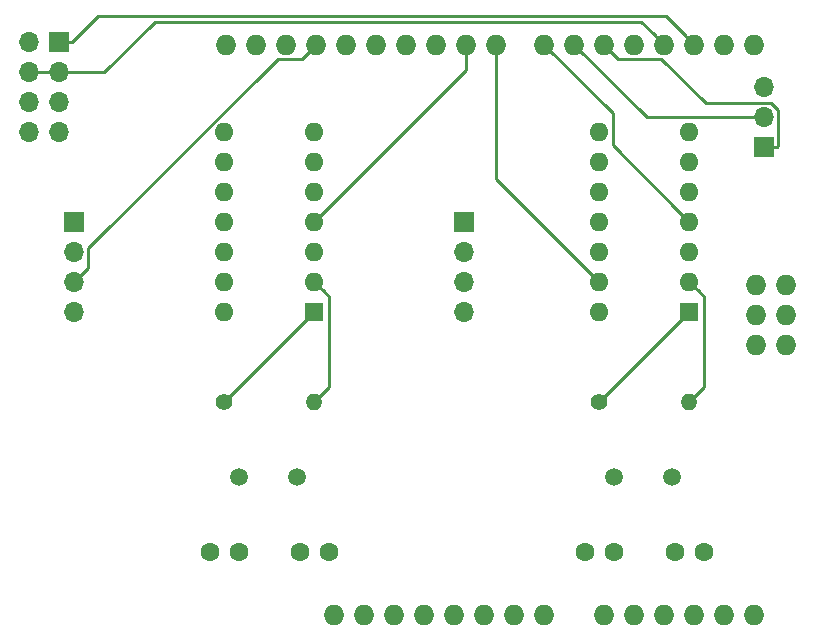
<source format=gbr>
G04 #@! TF.GenerationSoftware,KiCad,Pcbnew,(5.1.4-0-10_14)*
G04 #@! TF.CreationDate,2019-10-20T20:35:26-03:00*
G04 #@! TF.ProjectId,shield,73686965-6c64-42e6-9b69-6361645f7063,rev?*
G04 #@! TF.SameCoordinates,Original*
G04 #@! TF.FileFunction,Copper,L1,Top*
G04 #@! TF.FilePolarity,Positive*
%FSLAX46Y46*%
G04 Gerber Fmt 4.6, Leading zero omitted, Abs format (unit mm)*
G04 Created by KiCad (PCBNEW (5.1.4-0-10_14)) date 2019-10-20 20:35:26*
%MOMM*%
%LPD*%
G04 APERTURE LIST*
%ADD10O,1.600000X1.600000*%
%ADD11R,1.600000X1.600000*%
%ADD12O,1.727200X1.727200*%
%ADD13O,1.700000X1.700000*%
%ADD14R,1.700000X1.700000*%
%ADD15C,1.500000*%
%ADD16C,1.400000*%
%ADD17O,1.400000X1.400000*%
%ADD18C,1.600000*%
%ADD19C,0.250000*%
G04 APERTURE END LIST*
D10*
X162560000Y-86360000D03*
X170180000Y-71120000D03*
X162560000Y-83820000D03*
X170180000Y-73660000D03*
X162560000Y-81280000D03*
X170180000Y-76200000D03*
X162560000Y-78740000D03*
X170180000Y-78740000D03*
X162560000Y-76200000D03*
X170180000Y-81280000D03*
X162560000Y-73660000D03*
X170180000Y-83820000D03*
X162560000Y-71120000D03*
D11*
X170180000Y-86360000D03*
D12*
X175787000Y-84040000D03*
X175660000Y-111980000D03*
X173120000Y-111980000D03*
X170580000Y-111980000D03*
X168040000Y-111980000D03*
X165500000Y-111980000D03*
X140100000Y-111980000D03*
X146196000Y-63720000D03*
X143656000Y-63720000D03*
X141116000Y-63720000D03*
X136036000Y-63720000D03*
X133496000Y-63720000D03*
X130956000Y-63720000D03*
X148736000Y-63720000D03*
X151276000Y-63720000D03*
X153816000Y-63720000D03*
X138576000Y-63720000D03*
X157880000Y-63720000D03*
X160420000Y-63720000D03*
X162960000Y-63720000D03*
X165500000Y-63720000D03*
X168040000Y-63720000D03*
X170580000Y-63720000D03*
X173120000Y-63720000D03*
X175660000Y-63720000D03*
X142640000Y-111980000D03*
X145180000Y-111980000D03*
X147720000Y-111980000D03*
X150260000Y-111980000D03*
X152800000Y-111980000D03*
X155340000Y-111980000D03*
X157880000Y-111980000D03*
X162960000Y-111980000D03*
X178327000Y-84040000D03*
X175787000Y-86580000D03*
X178327000Y-86580000D03*
X178327000Y-89120000D03*
X175787000Y-89120000D03*
D13*
X151130000Y-86360000D03*
X151130000Y-83820000D03*
X151130000Y-81280000D03*
D14*
X151130000Y-78740000D03*
D13*
X118110000Y-86360000D03*
X118110000Y-83820000D03*
X118110000Y-81280000D03*
D14*
X118110000Y-78740000D03*
D13*
X176530000Y-67310000D03*
X176530000Y-69850000D03*
D14*
X176530000Y-72390000D03*
D10*
X130810000Y-86360000D03*
X138430000Y-71120000D03*
X130810000Y-83820000D03*
X138430000Y-73660000D03*
X130810000Y-81280000D03*
X138430000Y-76200000D03*
X130810000Y-78740000D03*
X138430000Y-78740000D03*
X130810000Y-76200000D03*
X138430000Y-81280000D03*
X130810000Y-73660000D03*
X138430000Y-83820000D03*
X130810000Y-71120000D03*
D11*
X138430000Y-86360000D03*
D15*
X163830000Y-100330000D03*
X168710000Y-100330000D03*
X132080000Y-100330000D03*
X136960000Y-100330000D03*
D13*
X114300000Y-71120000D03*
X116840000Y-71120000D03*
X114300000Y-68580000D03*
X116840000Y-68580000D03*
X114300000Y-66040000D03*
X116840000Y-66040000D03*
X114300000Y-63500000D03*
D14*
X116840000Y-63500000D03*
D16*
X162560000Y-93980000D03*
D17*
X170180000Y-93980000D03*
D16*
X130810000Y-93980000D03*
D17*
X138430000Y-93980000D03*
D18*
X171450000Y-106680000D03*
X168950000Y-106680000D03*
X163830000Y-106680000D03*
X161330000Y-106680000D03*
X139700000Y-106680000D03*
X137200000Y-106680000D03*
X132080000Y-106680000D03*
X129580000Y-106680000D03*
D19*
X137712401Y-64583599D02*
X138576000Y-63720000D01*
X137387399Y-64908601D02*
X137712401Y-64583599D01*
X135356397Y-64908601D02*
X137387399Y-64908601D01*
X119285001Y-80979997D02*
X135356397Y-64908601D01*
X119285001Y-82644999D02*
X119285001Y-80979997D01*
X118110000Y-83820000D02*
X119285001Y-82644999D01*
X130810000Y-93980000D02*
X138430000Y-86360000D01*
X139229999Y-84619999D02*
X138430000Y-83820000D01*
X139700000Y-92710000D02*
X139700000Y-85090000D01*
X139700000Y-85090000D02*
X139229999Y-84619999D01*
X138430000Y-93980000D02*
X139700000Y-92710000D01*
X162560000Y-93980000D02*
X170180000Y-86360000D01*
X171450000Y-92710000D02*
X171450000Y-85090000D01*
X170979999Y-84619999D02*
X170180000Y-83820000D01*
X171450000Y-85090000D02*
X170979999Y-84619999D01*
X170180000Y-93980000D02*
X171450000Y-92710000D01*
X151276000Y-65894000D02*
X138430000Y-78740000D01*
X151276000Y-63720000D02*
X151276000Y-65894000D01*
X153816000Y-75076000D02*
X162560000Y-83820000D01*
X153816000Y-63720000D02*
X153816000Y-75076000D01*
X169380001Y-77940001D02*
X170180000Y-78740000D01*
X163685001Y-72245001D02*
X169380001Y-77940001D01*
X163685001Y-69525001D02*
X163685001Y-72245001D01*
X157880000Y-63720000D02*
X163685001Y-69525001D01*
X166550000Y-69850000D02*
X176530000Y-69850000D01*
X160420000Y-63720000D02*
X166550000Y-69850000D01*
X177705001Y-69285999D02*
X177705001Y-72314999D01*
X177630000Y-72390000D02*
X176530000Y-72390000D01*
X171544999Y-68674999D02*
X177094001Y-68674999D01*
X177705001Y-72314999D02*
X177630000Y-72390000D01*
X177094001Y-68674999D02*
X177705001Y-69285999D01*
X167778601Y-64908601D02*
X171544999Y-68674999D01*
X164148601Y-64908601D02*
X167778601Y-64908601D01*
X162960000Y-63720000D02*
X164148601Y-64908601D01*
X114300000Y-66040000D02*
X116840000Y-66040000D01*
X116840000Y-66040000D02*
X120650000Y-66040000D01*
X167176401Y-62856401D02*
X168040000Y-63720000D01*
X166114999Y-61794999D02*
X167176401Y-62856401D01*
X124895001Y-61794999D02*
X166114999Y-61794999D01*
X120650000Y-66040000D02*
X124895001Y-61794999D01*
X169716401Y-62856401D02*
X170580000Y-63720000D01*
X168204990Y-61344990D02*
X169716401Y-62856401D01*
X120095010Y-61344990D02*
X168204990Y-61344990D01*
X117940000Y-63500000D02*
X120095010Y-61344990D01*
X116840000Y-63500000D02*
X117940000Y-63500000D01*
M02*

</source>
